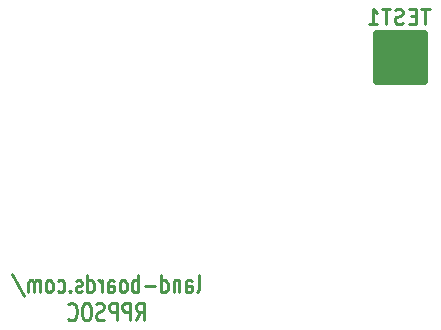
<source format=gbo>
G04 #@! TF.FileFunction,Legend,Bot*
%FSLAX46Y46*%
G04 Gerber Fmt 4.6, Leading zero omitted, Abs format (unit mm)*
G04 Created by KiCad (PCBNEW (after 2015-mar-04 BZR unknown)-product) date 11/18/2015 5:01:25 PM*
%MOMM*%
G01*
G04 APERTURE LIST*
%ADD10C,0.150000*%
%ADD11C,0.285750*%
%ADD12C,0.650000*%
%ADD13C,0.254000*%
G04 APERTURE END LIST*
D10*
D11*
X157354814Y-92195696D02*
X157463672Y-92124268D01*
X157518100Y-91981411D01*
X157518100Y-90695696D01*
X156429529Y-92195696D02*
X156429529Y-91409982D01*
X156483958Y-91267125D01*
X156592815Y-91195696D01*
X156810529Y-91195696D01*
X156919386Y-91267125D01*
X156429529Y-92124268D02*
X156538386Y-92195696D01*
X156810529Y-92195696D01*
X156919386Y-92124268D01*
X156973815Y-91981411D01*
X156973815Y-91838554D01*
X156919386Y-91695696D01*
X156810529Y-91624268D01*
X156538386Y-91624268D01*
X156429529Y-91552839D01*
X155885243Y-91195696D02*
X155885243Y-92195696D01*
X155885243Y-91338554D02*
X155830815Y-91267125D01*
X155721957Y-91195696D01*
X155558672Y-91195696D01*
X155449815Y-91267125D01*
X155395386Y-91409982D01*
X155395386Y-92195696D01*
X154361243Y-92195696D02*
X154361243Y-90695696D01*
X154361243Y-92124268D02*
X154470100Y-92195696D01*
X154687814Y-92195696D01*
X154796672Y-92124268D01*
X154851100Y-92052839D01*
X154905529Y-91909982D01*
X154905529Y-91481411D01*
X154851100Y-91338554D01*
X154796672Y-91267125D01*
X154687814Y-91195696D01*
X154470100Y-91195696D01*
X154361243Y-91267125D01*
X153816957Y-91624268D02*
X152946100Y-91624268D01*
X152401814Y-92195696D02*
X152401814Y-90695696D01*
X152401814Y-91267125D02*
X152292957Y-91195696D01*
X152075243Y-91195696D01*
X151966386Y-91267125D01*
X151911957Y-91338554D01*
X151857528Y-91481411D01*
X151857528Y-91909982D01*
X151911957Y-92052839D01*
X151966386Y-92124268D01*
X152075243Y-92195696D01*
X152292957Y-92195696D01*
X152401814Y-92124268D01*
X151204385Y-92195696D02*
X151313243Y-92124268D01*
X151367671Y-92052839D01*
X151422100Y-91909982D01*
X151422100Y-91481411D01*
X151367671Y-91338554D01*
X151313243Y-91267125D01*
X151204385Y-91195696D01*
X151041100Y-91195696D01*
X150932243Y-91267125D01*
X150877814Y-91338554D01*
X150823385Y-91481411D01*
X150823385Y-91909982D01*
X150877814Y-92052839D01*
X150932243Y-92124268D01*
X151041100Y-92195696D01*
X151204385Y-92195696D01*
X149843671Y-92195696D02*
X149843671Y-91409982D01*
X149898100Y-91267125D01*
X150006957Y-91195696D01*
X150224671Y-91195696D01*
X150333528Y-91267125D01*
X149843671Y-92124268D02*
X149952528Y-92195696D01*
X150224671Y-92195696D01*
X150333528Y-92124268D01*
X150387957Y-91981411D01*
X150387957Y-91838554D01*
X150333528Y-91695696D01*
X150224671Y-91624268D01*
X149952528Y-91624268D01*
X149843671Y-91552839D01*
X149299385Y-92195696D02*
X149299385Y-91195696D01*
X149299385Y-91481411D02*
X149244957Y-91338554D01*
X149190528Y-91267125D01*
X149081671Y-91195696D01*
X148972814Y-91195696D01*
X148101957Y-92195696D02*
X148101957Y-90695696D01*
X148101957Y-92124268D02*
X148210814Y-92195696D01*
X148428528Y-92195696D01*
X148537386Y-92124268D01*
X148591814Y-92052839D01*
X148646243Y-91909982D01*
X148646243Y-91481411D01*
X148591814Y-91338554D01*
X148537386Y-91267125D01*
X148428528Y-91195696D01*
X148210814Y-91195696D01*
X148101957Y-91267125D01*
X147612100Y-92124268D02*
X147503243Y-92195696D01*
X147285528Y-92195696D01*
X147176671Y-92124268D01*
X147122243Y-91981411D01*
X147122243Y-91909982D01*
X147176671Y-91767125D01*
X147285528Y-91695696D01*
X147448814Y-91695696D01*
X147557671Y-91624268D01*
X147612100Y-91481411D01*
X147612100Y-91409982D01*
X147557671Y-91267125D01*
X147448814Y-91195696D01*
X147285528Y-91195696D01*
X147176671Y-91267125D01*
X146632385Y-92052839D02*
X146577957Y-92124268D01*
X146632385Y-92195696D01*
X146686814Y-92124268D01*
X146632385Y-92052839D01*
X146632385Y-92195696D01*
X145598242Y-92124268D02*
X145707099Y-92195696D01*
X145924813Y-92195696D01*
X146033671Y-92124268D01*
X146088099Y-92052839D01*
X146142528Y-91909982D01*
X146142528Y-91481411D01*
X146088099Y-91338554D01*
X146033671Y-91267125D01*
X145924813Y-91195696D01*
X145707099Y-91195696D01*
X145598242Y-91267125D01*
X144945099Y-92195696D02*
X145053957Y-92124268D01*
X145108385Y-92052839D01*
X145162814Y-91909982D01*
X145162814Y-91481411D01*
X145108385Y-91338554D01*
X145053957Y-91267125D01*
X144945099Y-91195696D01*
X144781814Y-91195696D01*
X144672957Y-91267125D01*
X144618528Y-91338554D01*
X144564099Y-91481411D01*
X144564099Y-91909982D01*
X144618528Y-92052839D01*
X144672957Y-92124268D01*
X144781814Y-92195696D01*
X144945099Y-92195696D01*
X144074242Y-92195696D02*
X144074242Y-91195696D01*
X144074242Y-91338554D02*
X144019814Y-91267125D01*
X143910956Y-91195696D01*
X143747671Y-91195696D01*
X143638814Y-91267125D01*
X143584385Y-91409982D01*
X143584385Y-92195696D01*
X143584385Y-91409982D02*
X143529956Y-91267125D01*
X143421099Y-91195696D01*
X143257814Y-91195696D01*
X143148956Y-91267125D01*
X143094528Y-91409982D01*
X143094528Y-92195696D01*
X141733814Y-90624268D02*
X142713528Y-92552839D01*
X152211314Y-94581446D02*
X152592314Y-93867161D01*
X152864457Y-94581446D02*
X152864457Y-93081446D01*
X152429029Y-93081446D01*
X152320171Y-93152875D01*
X152265743Y-93224304D01*
X152211314Y-93367161D01*
X152211314Y-93581446D01*
X152265743Y-93724304D01*
X152320171Y-93795732D01*
X152429029Y-93867161D01*
X152864457Y-93867161D01*
X151721457Y-94581446D02*
X151721457Y-93081446D01*
X151286029Y-93081446D01*
X151177171Y-93152875D01*
X151122743Y-93224304D01*
X151068314Y-93367161D01*
X151068314Y-93581446D01*
X151122743Y-93724304D01*
X151177171Y-93795732D01*
X151286029Y-93867161D01*
X151721457Y-93867161D01*
X150578457Y-94581446D02*
X150578457Y-93081446D01*
X150143029Y-93081446D01*
X150034171Y-93152875D01*
X149979743Y-93224304D01*
X149925314Y-93367161D01*
X149925314Y-93581446D01*
X149979743Y-93724304D01*
X150034171Y-93795732D01*
X150143029Y-93867161D01*
X150578457Y-93867161D01*
X149489886Y-94510018D02*
X149326600Y-94581446D01*
X149054457Y-94581446D01*
X148945600Y-94510018D01*
X148891171Y-94438589D01*
X148836743Y-94295732D01*
X148836743Y-94152875D01*
X148891171Y-94010018D01*
X148945600Y-93938589D01*
X149054457Y-93867161D01*
X149272171Y-93795732D01*
X149381029Y-93724304D01*
X149435457Y-93652875D01*
X149489886Y-93510018D01*
X149489886Y-93367161D01*
X149435457Y-93224304D01*
X149381029Y-93152875D01*
X149272171Y-93081446D01*
X149000029Y-93081446D01*
X148836743Y-93152875D01*
X148129172Y-93081446D02*
X147911458Y-93081446D01*
X147802600Y-93152875D01*
X147693743Y-93295732D01*
X147639315Y-93581446D01*
X147639315Y-94081446D01*
X147693743Y-94367161D01*
X147802600Y-94510018D01*
X147911458Y-94581446D01*
X148129172Y-94581446D01*
X148238029Y-94510018D01*
X148346886Y-94367161D01*
X148401315Y-94081446D01*
X148401315Y-93581446D01*
X148346886Y-93295732D01*
X148238029Y-93152875D01*
X148129172Y-93081446D01*
X146496314Y-94438589D02*
X146550743Y-94510018D01*
X146714029Y-94581446D01*
X146822886Y-94581446D01*
X146986171Y-94510018D01*
X147095029Y-94367161D01*
X147149457Y-94224304D01*
X147203886Y-93938589D01*
X147203886Y-93724304D01*
X147149457Y-93438589D01*
X147095029Y-93295732D01*
X146986171Y-93152875D01*
X146822886Y-93081446D01*
X146714029Y-93081446D01*
X146550743Y-93152875D01*
X146496314Y-93224304D01*
D12*
X176625000Y-74326500D02*
X176625000Y-70326500D01*
X176625000Y-70326500D02*
X172625000Y-70326500D01*
X172625000Y-70326500D02*
X172625000Y-74326500D01*
X172625000Y-70326500D02*
X176625000Y-70326500D01*
X172625000Y-70826500D02*
X176625000Y-70826500D01*
X172625000Y-71326500D02*
X176625000Y-71326500D01*
X172625000Y-71826500D02*
X176625000Y-71826500D01*
X172625000Y-72326500D02*
X176625000Y-72326500D01*
X172625000Y-72826500D02*
X176625000Y-72826500D01*
X172625000Y-73326500D02*
X176625000Y-73326500D01*
X172625000Y-74326500D02*
X176625000Y-74326500D01*
X172625000Y-73826500D02*
X176625000Y-73826500D01*
D10*
X172625000Y-74326500D02*
X176625000Y-74326500D01*
X176625000Y-74326500D02*
X176625000Y-70326500D01*
X176625000Y-70326500D02*
X172625000Y-70326500D01*
X172625000Y-70326500D02*
X172625000Y-74326500D01*
D13*
X177065215Y-68202024D02*
X176339500Y-68202024D01*
X176702357Y-69472024D02*
X176702357Y-68202024D01*
X175916167Y-68806786D02*
X175492834Y-68806786D01*
X175311405Y-69472024D02*
X175916167Y-69472024D01*
X175916167Y-68202024D01*
X175311405Y-68202024D01*
X174827595Y-69411548D02*
X174646167Y-69472024D01*
X174343786Y-69472024D01*
X174222833Y-69411548D01*
X174162357Y-69351071D01*
X174101881Y-69230119D01*
X174101881Y-69109167D01*
X174162357Y-68988214D01*
X174222833Y-68927738D01*
X174343786Y-68867262D01*
X174585690Y-68806786D01*
X174706643Y-68746310D01*
X174767119Y-68685833D01*
X174827595Y-68564881D01*
X174827595Y-68443929D01*
X174767119Y-68322976D01*
X174706643Y-68262500D01*
X174585690Y-68202024D01*
X174283310Y-68202024D01*
X174101881Y-68262500D01*
X173739024Y-68202024D02*
X173013309Y-68202024D01*
X173376166Y-69472024D02*
X173376166Y-68202024D01*
X171924738Y-69472024D02*
X172650452Y-69472024D01*
X172287595Y-69472024D02*
X172287595Y-68202024D01*
X172408547Y-68383452D01*
X172529500Y-68504405D01*
X172650452Y-68564881D01*
M02*

</source>
